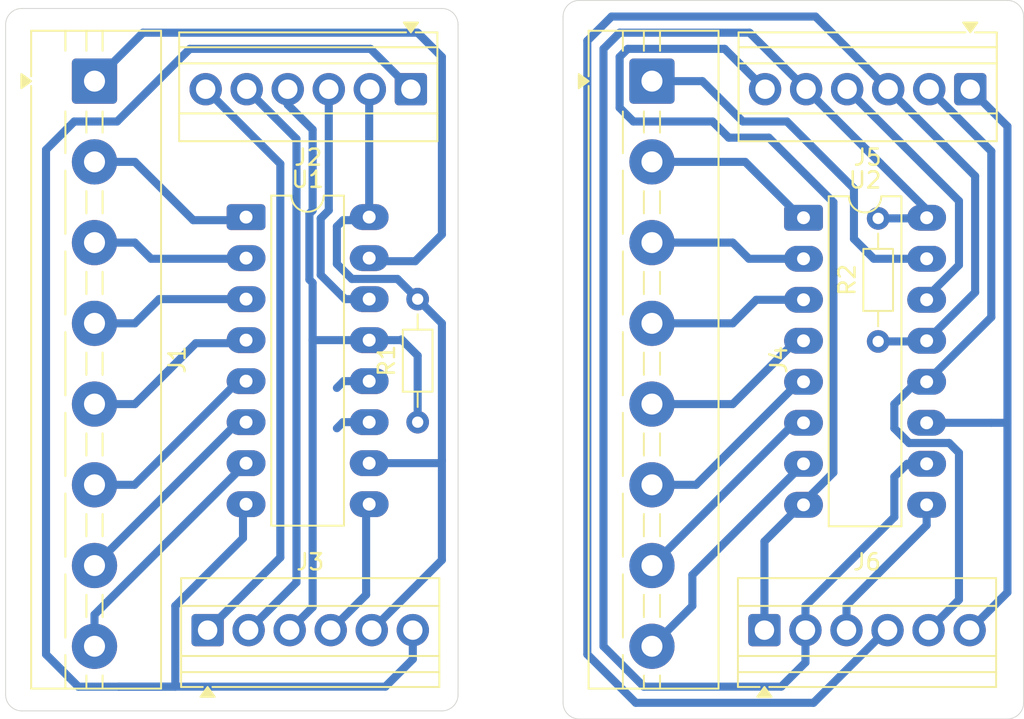
<source format=kicad_pcb>
(kicad_pcb (version 20241229) (generator "pcbnew") (generator_version "9.0")
  (layers (0 "F.Cu" signal) (2 "B.Cu" signal) (13 "F.Paste" user) (15 "B.Paste" user) (5 "F.SilkS" user "F.Silkscreen") (7 "B.SilkS" user "B.Silkscreen") (1 "F.Mask" user) (3 "B.Mask" user) (25 "Edge.Cuts" user))
  (net 0 "")
  (net 1 "Net-(J1-Pin_3)")
  (net 2 "Net-(J1-Pin_7)")
  (net 3 "Net-(J1-Pin_8)")
  (net 4 "Net-(J1-Pin_2)")
  (net 5 "Net-(J1-Pin_1)")
  (net 6 "Net-(J1-Pin_4)")
  (net 7 "Net-(J1-Pin_6)")
  (net 8 "Net-(J1-Pin_5)")
  (net 9 "/DATA_IN")
  (net 10 "/CLOCK")
  (net 11 "+5V")
  (net 12 "/OE")
  (net 13 "GND")
  (net 14 "/LATCH")
  (net 15 "/DATA_OUT")
  (net 16 "Net-(J4-Pin_8)")
  (net 17 "Net-(J4-Pin_5)")
  (net 18 "Net-(J4-Pin_4)")
  (net 19 "Net-(J4-Pin_7)")
  (net 20 "Net-(J4-Pin_1)")
  (net 21 "Net-(J4-Pin_2)")
  (net 22 "Net-(J4-Pin_3)")
  (net 23 "Net-(J4-Pin_6)")
  (net 24 "Net-(J5-Pin_4)")
  (net 25 "POWER+")
  (net 26 "Net-(J5-Pin_3)")
  (net 27 "Net-(J5-Pin_1)")
  (net 28 "Net-(J5-Pin_2)")
  (net 29 "POWER-")
  (net 30 "Net-(J6-Pin_3)")
  (footprint "Package_DIP:DIP-16_W7.62mm_LongPads" (layer "F.Cu") (at 84.88 51.96)
    (property "Reference" "U2" (at 3.81 -2.33 0) (layer "F.SilkS"))
    (property "Value" "74HC595")
    (fp_line (start 1.56 -1.33) (end 1.56 19.11) (stroke (width 0.12)) (layer "F.SilkS"))
    (fp_line (start 1.56 19.11) (end 6.06 19.11) (stroke (width 0.12)) (layer "F.SilkS"))
    (fp_line (start 2.81 -1.33) (end 1.56 -1.33) (stroke (width 0.12)) (layer "F.SilkS"))
    (fp_line (start 6.06 -1.33) (end 4.81 -1.33) (stroke (width 0.12)) (layer "F.SilkS"))
    (fp_line (start 6.06 19.11) (end 6.06 -1.33) (stroke (width 0.12)) (layer "F.SilkS"))
    (fp_arc (start 4.81 -1.33) (mid 3.81 -0.33) (end 2.81 -1.33) (stroke (width 0.12)) (layer "F.SilkS"))
    (pad "1" thru_hole roundrect (at 0 0) (size 2.4 1.6) (drill 0.8) (layers "*.Cu" "*.Mask") (roundrect_rratio 0.15625) (net 21 "Net-(J4-Pin_2)"))
    (pad "2" thru_hole oval (at 0 2.54) (size 2.4 1.6) (drill 0.8) (layers "*.Cu" "*.Mask") (net 22 "Net-(J4-Pin_3)"))
    (pad "3" thru_hole oval (at 0 5.08) (size 2.4 1.6) (drill 0.8) (layers "*.Cu" "*.Mask") (net 18 "Net-(J4-Pin_4)"))
    (pad "4" thru_hole oval (at 0 7.62) (size 2.4 1.6) (drill 0.8) (layers "*.Cu" "*.Mask") (net 17 "Net-(J4-Pin_5)"))
    (pad "5" thru_hole oval (at 0 10.16) (size 2.4 1.6) (drill 0.8) (layers "*.Cu" "*.Mask") (net 23 "Net-(J4-Pin_6)"))
    (pad "6" thru_hole oval (at 0 12.7) (size 2.4 1.6) (drill 0.8) (layers "*.Cu" "*.Mask") (net 19 "Net-(J4-Pin_7)"))
    (pad "7" thru_hole oval (at 0 15.24) (size 2.4 1.6) (drill 0.8) (layers "*.Cu" "*.Mask") (net 16 "Net-(J4-Pin_8)"))
    (pad "8" thru_hole oval (at 0 17.78) (size 2.4 1.6) (drill 0.8) (layers "*.Cu" "*.Mask") (net 29 "POWER-"))
    (pad "9" thru_hole oval (at 7.62 17.78) (size 2.4 1.6) (drill 0.8) (layers "*.Cu" "*.Mask") (net 30 "Net-(J6-Pin_3)"))
    (pad "10" thru_hole oval (at 7.62 15.24) (size 2.4 1.6) (drill 0.8) (layers "*.Cu" "*.Mask") (net 25 "POWER+"))
    (pad "11" thru_hole oval (at 7.62 12.7) (size 2.4 1.6) (drill 0.8) (layers "*.Cu" "*.Mask") (net 27 "Net-(J5-Pin_1)"))
    (pad "12" thru_hole oval (at 7.62 10.16) (size 2.4 1.6) (drill 0.8) (layers "*.Cu" "*.Mask") (net 28 "Net-(J5-Pin_2)"))
    (pad "13" thru_hole oval (at 7.62 7.62) (size 2.4 1.6) (drill 0.8) (layers "*.Cu" "*.Mask") (net 26 "Net-(J5-Pin_3)"))
    (pad "14" thru_hole oval (at 7.62 5.08) (size 2.4 1.6) (drill 0.8) (layers "*.Cu" "*.Mask") (net 24 "Net-(J5-Pin_4)"))
    (pad "15" thru_hole oval (at 7.62 2.54) (size 2.4 1.6) (drill 0.8) (layers "*.Cu" "*.Mask") (net 20 "Net-(J4-Pin_1)"))
    (pad "16" thru_hole oval (at 7.62 0) (size 2.4 1.6) (drill 0.8) (layers "*.Cu" "*.Mask") (net 25 "POWER+"))
  )
  (footprint "TerminalBlock:TerminalBlock_Xinya_XY308-2.54-6P_1x06_P2.54mm_Horizontal" (layer "F.Cu") (at 95.2 44 180)
    (property "Reference" "J5" (at 6.35 -4.22 0) (layer "F.SilkS"))
    (property "Value" "Terminal_Input")
    (fp_line (start 14.34 3.52) (end 0.3 3.52) (stroke (width 0.12)) (layer "F.SilkS"))
    (fp_line (start 14.34 -3.22) (end 14.34 3.52) (stroke (width 0.12)) (layer "F.SilkS"))
    (fp_line (start -0.3 3.52) (end -1.64 3.52) (stroke (width 0.12)) (layer "F.SilkS"))
    (fp_line (start -1.64 3.52) (end -1.64 -3.22) (stroke (width 0.12)) (layer "F.SilkS"))
    (fp_line (start -1.64 2.6) (end 14.34 2.6) (stroke (width 0.12)) (layer "F.SilkS"))
    (fp_line (start -1.64 1.6) (end 14.34 1.6) (stroke (width 0.12)) (layer "F.SilkS"))
    (fp_line (start -1.64 -1.5) (end 14.34 -1.5) (stroke (width 0.12)) (layer "F.SilkS"))
    (fp_line (start -1.64 -3.22) (end 14.34 -3.22) (stroke (width 0.12)) (layer "F.SilkS"))
    (fp_poly (pts (xy 0 3.52) (xy 0.44 4.13) (xy -0.44 4.13)) (stroke (width 0.12)) (fill yes) (layer "F.SilkS"))
    (pad "1" thru_hole roundrect (at 0 0 180) (size 2 2) (drill 1.2) (layers "*.Cu" "*.Mask") (roundrect_rratio 0.125) (net 27 "Net-(J5-Pin_1)"))
    (pad "2" thru_hole circle (at 2.54 0 180) (size 2 2) (drill 1.2) (layers "*.Cu" "*.Mask") (net 28 "Net-(J5-Pin_2)"))
    (pad "3" thru_hole circle (at 5.08 0 180) (size 2 2) (drill 1.2) (layers "*.Cu" "*.Mask") (net 26 "Net-(J5-Pin_3)"))
    (pad "4" thru_hole circle (at 7.62 0 180) (size 2 2) (drill 1.2) (layers "*.Cu" "*.Mask") (net 24 "Net-(J5-Pin_4)"))
    (pad "5" thru_hole circle (at 10.16 0 180) (size 2 2) (drill 1.2) (layers "*.Cu" "*.Mask") (net 25 "POWER+"))
    (pad "6" thru_hole circle (at 12.7 0 180) (size 2 2) (drill 1.2) (layers "*.Cu" "*.Mask") (net 29 "POWER-"))
  )
  (footprint "Package_DIP:DIP-16_W7.62mm_LongPads" (layer "F.Cu") (at 50.38 51.92)
    (property "Reference" "U1" (at 3.81 -2.33 0) (layer "F.SilkS"))
    (property "Value" "74HC595")
    (fp_line (start 1.56 -1.33) (end 1.56 19.11) (stroke (width 0.12)) (layer "F.SilkS"))
    (fp_line (start 1.56 19.11) (end 6.06 19.11) (stroke (width 0.12)) (layer "F.SilkS"))
    (fp_line (start 2.81 -1.33) (end 1.56 -1.33) (stroke (width 0.12)) (layer "F.SilkS"))
    (fp_line (start 6.06 -1.33) (end 4.81 -1.33) (stroke (width 0.12)) (layer "F.SilkS"))
    (fp_line (start 6.06 19.11) (end 6.06 -1.33) (stroke (width 0.12)) (layer "F.SilkS"))
    (fp_arc (start 4.81 -1.33) (mid 3.81 -0.33) (end 2.81 -1.33) (stroke (width 0.12)) (layer "F.SilkS"))
    (pad "1" thru_hole roundrect (at 0 0) (size 2.4 1.6) (drill 0.8) (layers "*.Cu" "*.Mask") (roundrect_rratio 0.15625) (net 4 "Net-(J1-Pin_2)"))
    (pad "2" thru_hole oval (at 0 2.54) (size 2.4 1.6) (drill 0.8) (layers "*.Cu" "*.Mask") (net 1 "Net-(J1-Pin_3)"))
    (pad "3" thru_hole oval (at 0 5.08) (size 2.4 1.6) (drill 0.8) (layers "*.Cu" "*.Mask") (net 6 "Net-(J1-Pin_4)"))
    (pad "4" thru_hole oval (at 0 7.62) (size 2.4 1.6) (drill 0.8) (layers "*.Cu" "*.Mask") (net 8 "Net-(J1-Pin_5)"))
    (pad "5" thru_hole oval (at 0 10.16) (size 2.4 1.6) (drill 0.8) (layers "*.Cu" "*.Mask") (net 7 "Net-(J1-Pin_6)"))
    (pad "6" thru_hole oval (at 0 12.7) (size 2.4 1.6) (drill 0.8) (layers "*.Cu" "*.Mask") (net 2 "Net-(J1-Pin_7)"))
    (pad "7" thru_hole oval (at 0 15.24) (size 2.4 1.6) (drill 0.8) (layers "*.Cu" "*.Mask") (net 3 "Net-(J1-Pin_8)"))
    (pad "8" thru_hole oval (at 0 17.78) (size 2.4 1.6) (drill 0.8) (layers "*.Cu" "*.Mask") (net 13 "GND"))
    (pad "9" thru_hole oval (at 7.62 17.78) (size 2.4 1.6) (drill 0.8) (layers "*.Cu" "*.Mask") (net 15 "/DATA_OUT"))
    (pad "10" thru_hole oval (at 7.62 15.24) (size 2.4 1.6) (drill 0.8) (layers "*.Cu" "*.Mask") (net 11 "+5V"))
    (pad "11" thru_hole oval (at 7.62 12.7) (size 2.4 1.6) (drill 0.8) (layers "*.Cu" "*.Mask") (net 10 "/CLOCK"))
    (pad "12" thru_hole oval (at 7.62 10.16) (size 2.4 1.6) (drill 0.8) (layers "*.Cu" "*.Mask") (net 14 "/LATCH"))
    (pad "13" thru_hole oval (at 7.62 7.62) (size 2.4 1.6) (drill 0.8) (layers "*.Cu" "*.Mask") (net 12 "/OE"))
    (pad "14" thru_hole oval (at 7.62 5.08) (size 2.4 1.6) (drill 0.8) (layers "*.Cu" "*.Mask") (net 9 "/DATA_IN"))
    (pad "15" thru_hole oval (at 7.62 2.54) (size 2.4 1.6) (drill 0.8) (layers "*.Cu" "*.Mask") (net 5 "Net-(J1-Pin_1)"))
    (pad "16" thru_hole oval (at 7.62 0) (size 2.4 1.6) (drill 0.8) (layers "*.Cu" "*.Mask") (net 11 "+5V"))
  )
  (footprint "TerminalBlock:TerminalBlock_MaiXu_MX126-5.0-08P_1x08_P5.00mm" (layer "F.Cu") (at 75.5 43.5 -90)
    (property "Reference" "J4" (at 17.25 -7.85 90) (layer "F.SilkS"))
    (property "Value" "Terminal_to_Relays")
    (fp_line (start -3.12 3.92) (end -3.12 -4.12) (stroke (width 0.12)) (layer "F.SilkS"))
    (fp_line (start -0.3 3.92) (end -3.12 3.92) (stroke (width 0.12)) (layer "F.SilkS"))
    (fp_line (start 37.62 3.92) (end 0.3 3.92) (stroke (width 0.12)) (layer "F.SilkS"))
    (fp_line (start -3.12 1.8) (end -1.88 1.8) (stroke (width 0.12)) (layer "F.SilkS"))
    (fp_line (start 1.88 1.8) (end 4.457 1.8) (stroke (width 0.12)) (layer "F.SilkS"))
    (fp_line (start 5.543 1.8) (end 9.457 1.8) (stroke (width 0.12)) (layer "F.SilkS"))
    (fp_line (start 10.543 1.8) (end 14.457 1.8) (stroke (width 0.12)) (layer "F.SilkS"))
    (fp_line (start 15.543 1.8) (end 19.457 1.8) (stroke (width 0.12)) (layer "F.SilkS"))
    (fp_line (start 20.543 1.8) (end 24.457 1.8) (stroke (width 0.12)) (layer "F.SilkS"))
    (fp_line (start 25.543 1.8) (end 29.457 1.8) (stroke (width 0.12)) (layer "F.SilkS"))
    (fp_line (start 30.543 1.8) (end 34.457 1.8) (stroke (width 0.12)) (layer "F.SilkS"))
    (fp_line (start 35.543 1.8) (end 37.62 1.8) (stroke (width 0.12)) (layer "F.SilkS"))
    (fp_line (start -3.12 0.5) (end -1.88 0.5) (stroke (width 0.12)) (layer "F.SilkS"))
    (fp_line (start 1.88 0.5) (end 3.188 0.5) (stroke (width 0.12)) (layer "F.SilkS"))
    (fp_line (start 6.812 0.5) (end 8.188 0.5) (stroke (width 0.12)) (layer "F.SilkS"))
    (fp_line (start 11.812 0.5) (end 13.188 0.5) (stroke (width 0.12)) (layer "F.SilkS"))
    (fp_line (start 16.812 0.5) (end 18.188 0.5) (stroke (width 0.12)) (layer "F.SilkS"))
    (fp_line (start 21.812 0.5) (end 23.188 0.5) (stroke (width 0.12)) (layer "F.SilkS"))
    (fp_line (start 26.812 0.5) (end 28.188 0.5) (stroke (width 0.12)) (layer "F.SilkS"))
    (fp_line (start 31.812 0.5) (end 33.188 0.5) (stroke (width 0.12)) (layer "F.SilkS"))
    (fp_line (start 36.812 0.5) (end 37.62 0.5) (stroke (width 0.12)) (layer "F.SilkS"))
    (fp_line (start -3.12 -0.5) (end -1.88 -0.5) (stroke (width 0.12)) (layer "F.SilkS"))
    (fp_line (start 1.88 -0.5) (end 3.188 -0.5) (stroke (width 0.12)) (layer "F.SilkS"))
    (fp_line (start 6.812 -0.5) (end 8.188 -0.5) (stroke (width 0.12)) (layer "F.SilkS"))
    (fp_line (start 11.812 -0.5) (end 13.188 -0.5) (stroke (width 0.12)) (layer "F.SilkS"))
    (fp_line (start 16.812 -0.5) (end 18.188 -0.5) (stroke (width 0.12)) (layer "F.SilkS"))
    (fp_line (start 21.812 -0.5) (end 23.188 -0.5) (stroke (width 0.12)) (layer "F.SilkS"))
    (fp_line (start 26.812 -0.5) (end 28.188 -0.5) (stroke (width 0.12)) (layer "F.SilkS"))
    (fp_line (start 31.812 -0.5) (end 33.188 -0.5) (stroke (width 0.12)) (layer "F.SilkS"))
    (fp_line (start 36.812 -0.5) (end 37.62 -0.5) (stroke (width 0.12)) (layer "F.SilkS"))
    (fp_line (start -3.12 -4.12) (end 37.62 -4.12) (stroke (width 0.12)) (layer "F.SilkS"))
    (fp_line (start 37.62 -4.12) (end 37.62 3.92) (stroke (width 0.12)) (layer "F.SilkS"))
    (fp_poly (pts (xy 0 3.92) (xy 0.44 4.53) (xy -0.44 4.53)) (stroke (width 0.12)) (fill yes) (layer "F.SilkS"))
    (pad "1" thru_hole roundrect (at 0 0 270) (size 2.8 2.8) (drill 1.3) (layers "*.Cu" "*.Mask") (roundrect_rratio 0.089286) (net 20 "Net-(J4-Pin_1)"))
    (pad "2" thru_hole circle (at 5 0 270) (size 2.8 2.8) (drill 1.3) (layers "*.Cu" "*.Mask") (net 21 "Net-(J4-Pin_2)"))
    (pad "3" thru_hole circle (at 10 0 270) (size 2.8 2.8) (drill 1.3) (layers "*.Cu" "*.Mask") (net 22 "Net-(J4-Pin_3)"))
    (pad "4" thru_hole circle (at 15 0 270) (size 2.8 2.8) (drill 1.3) (layers "*.Cu" "*.Mask") (net 18 "Net-(J4-Pin_4)"))
    (pad "5" thru_hole circle (at 20 0 270) (size 2.8 2.8) (drill 1.3) (layers "*.Cu" "*.Mask") (net 17 "Net-(J4-Pin_5)"))
    (pad "6" thru_hole circle (at 25 0 270) (size 2.8 2.8) (drill 1.3) (layers "*.Cu" "*.Mask") (net 23 "Net-(J4-Pin_6)"))
    (pad "7" thru_hole circle (at 30 0 270) (size 2.8 2.8) (drill 1.3) (layers "*.Cu" "*.Mask") (net 19 "Net-(J4-Pin_7)"))
    (pad "8" thru_hole circle (at 35 0 270) (size 2.8 2.8) (drill 1.3) (layers "*.Cu" "*.Mask") (net 16 "Net-(J4-Pin_8)"))
  )
  (footprint "TerminalBlock:TerminalBlock_Xinya_XY308-2.54-6P_1x06_P2.54mm_Horizontal" (layer "F.Cu") (at 48 77.5)
    (property "Reference" "J3" (at 6.35 -4.22 0) (layer "F.SilkS"))
    (property "Value" "Terminal_Output")
    (fp_line (start -1.64 -3.22) (end 14.34 -3.22) (stroke (width 0.12)) (layer "F.SilkS"))
    (fp_line (start -1.64 -1.5) (end 14.34 -1.5) (stroke (width 0.12)) (layer "F.SilkS"))
    (fp_line (start -1.64 1.6) (end 14.34 1.6) (stroke (width 0.12)) (layer "F.SilkS"))
    (fp_line (start -1.64 2.6) (end 14.34 2.6) (stroke (width 0.12)) (layer "F.SilkS"))
    (fp_line (start -1.64 3.52) (end -1.64 -3.22) (stroke (width 0.12)) (layer "F.SilkS"))
    (fp_line (start -0.3 3.52) (end -1.64 3.52) (stroke (width 0.12)) (layer "F.SilkS"))
    (fp_line (start 14.34 -3.22) (end 14.34 3.52) (stroke (width 0.12)) (layer "F.SilkS"))
    (fp_line (start 14.34 3.52) (end 0.3 3.52) (stroke (width 0.12)) (layer "F.SilkS"))
    (fp_poly (pts (xy 0 3.52) (xy 0.44 4.13) (xy -0.44 4.13)) (stroke (width 0.12)) (fill yes) (layer "F.SilkS"))
    (pad "1" thru_hole roundrect (at 0 0) (size 2 2) (drill 1.2) (layers "*.Cu" "*.Mask") (roundrect_rratio 0.125) (net 10 "/CLOCK"))
    (pad "2" thru_hole circle (at 2.54 0) (size 2 2) (drill 1.2) (layers "*.Cu" "*.Mask") (net 14 "/LATCH"))
    (pad "3" thru_hole circle (at 5.08 0) (size 2 2) (drill 1.2) (layers "*.Cu" "*.Mask") (net 12 "/OE"))
    (pad "4" thru_hole circle (at 7.62 0) (size 2 2) (drill 1.2) (layers "*.Cu" "*.Mask") (net 15 "/DATA_OUT"))
    (pad "5" thru_hole circle (at 10.16 0) (size 2 2) (drill 1.2) (layers "*.Cu" "*.Mask") (net 11 "+5V"))
    (pad "6" thru_hole circle (at 12.7 0) (size 2 2) (drill 1.2) (layers "*.Cu" "*.Mask") (net 13 "GND"))
  )
  (footprint "Resistor_THT:R_Axial_DIN0204_L3.6mm_D1.6mm_P7.62mm_Horizontal" (layer "F.Cu") (at 61 64.62 90)
    (property "Reference" "R1" (at 3.81 -1.92 90) (layer "F.SilkS"))
    (property "Value" "1k")
    (fp_line (start 6.68 0) (end 5.73 0) (stroke (width 0.12)) (layer "F.SilkS"))
    (fp_line (start 0.94 0) (end 1.89 0) (stroke (width 0.12)) (layer "F.SilkS"))
    (fp_rect (start 1.89 -0.92) (end 5.73 0.92) (stroke (width 0.12)) (fill no) (layer "F.SilkS"))
    (pad "1" thru_hole circle (at 0 0 90) (size 1.4 1.4) (drill 0.7) (layers "*.Cu" "*.Mask") (net 12 "/OE"))
    (pad "2" thru_hole circle (at 7.62 0 90) (size 1.4 1.4) (drill 0.7) (layers "*.Cu" "*.Mask") (net 11 "+5V"))
  )
  (footprint "TerminalBlock:TerminalBlock_MaiXu_MX126-5.0-08P_1x08_P5.00mm" (layer "F.Cu") (at 41 43.5 -90)
    (property "Reference" "J1" (at 17.25 -5.12 90) (layer "F.SilkS"))
    (property "Value" "Terminal_to_Relays")
    (fp_line (start -3.12 3.92) (end -3.12 -4.12) (stroke (width 0.12)) (layer "F.SilkS"))
    (fp_line (start -0.3 3.92) (end -3.12 3.92) (stroke (width 0.12)) (layer "F.SilkS"))
    (fp_line (start 37.62 3.92) (end 0.3 3.92) (stroke (width 0.12)) (layer "F.SilkS"))
    (fp_line (start -3.12 1.8) (end -1.88 1.8) (stroke (width 0.12)) (layer "F.SilkS"))
    (fp_line (start 1.88 1.8) (end 4.457 1.8) (stroke (width 0.12)) (layer "F.SilkS"))
    (fp_line (start 5.543 1.8) (end 9.457 1.8) (stroke (width 0.12)) (layer "F.SilkS"))
    (fp_line (start 10.543 1.8) (end 14.457 1.8) (stroke (width 0.12)) (layer "F.SilkS"))
    (fp_line (start 15.543 1.8) (end 19.457 1.8) (stroke (width 0.12)) (layer "F.SilkS"))
    (fp_line (start 20.543 1.8) (end 24.457 1.8) (stroke (width 0.12)) (layer "F.SilkS"))
    (fp_line (start 25.543 1.8) (end 29.457 1.8) (stroke (width 0.12)) (layer "F.SilkS"))
    (fp_line (start 30.543 1.8) (end 34.457 1.8) (stroke (width 0.12)) (layer "F.SilkS"))
    (fp_line (start 35.543 1.8) (end 37.62 1.8) (stroke (width 0.12)) (layer "F.SilkS"))
    (fp_line (start -3.12 0.5) (end -1.88 0.5) (stroke (width 0.12)) (layer "F.SilkS"))
    (fp_line (start 1.88 0.5) (end 3.188 0.5) (stroke (width 0.12)) (layer "F.SilkS"))
    (fp_line (start 6.812 0.5) (end 8.188 0.5) (stroke (width 0.12)) (layer "F.SilkS"))
    (fp_line (start 11.812 0.5) (end 13.188 0.5) (stroke (width 0.12)) (layer "F.SilkS"))
    (fp_line (start 16.812 0.5) (end 18.188 0.5) (stroke (width 0.12)) (layer "F.SilkS"))
    (fp_line (start 21.812 0.5) (end 23.188 0.5) (stroke (width 0.12)) (layer "F.SilkS"))
    (fp_line (start 26.812 0.5) (end 28.188 0.5) (stroke (width 0.12)) (layer "F.SilkS"))
    (fp_line (start 31.812 0.5) (end 33.188 0.5) (stroke (width 0.12)) (layer "F.SilkS"))
    (fp_line (start 36.812 0.5) (end 37.62 0.5) (stroke (width 0.12)) (layer "F.SilkS"))
    (fp_line (start -3.12 -0.5) (end -1.88 -0.5) (stroke (width 0.12)) (layer "F.SilkS"))
    (fp_line (start 1.88 -0.5) (end 3.188 -0.5) (stroke (width 0.12)) (layer "F.SilkS"))
    (fp_line (start 6.812 -0.5) (end 8.188 -0.5) (stroke (width 0.12)) (layer "F.SilkS"))
    (fp_line (start 11.812 -0.5) (end 13.188 -0.5) (stroke (width 0.12)) (layer "F.SilkS"))
    (fp_line (start 16.812 -0.5) (end 18.188 -0.5) (stroke (width 0.12)) (layer "F.SilkS"))
    (fp_line (start 21.812 -0.5) (end 23.188 -0.5) (stroke (width 0.12)) (layer "F.SilkS"))
    (fp_line (start 26.812 -0.5) (end 28.188 -0.5) (stroke (width 0.12)) (layer "F.SilkS"))
    (fp_line (start 31.812 -0.5) (end 33.188 -0.5) (stroke (width 0.12)) (layer "F.SilkS"))
    (fp_line (start 36.812 -0.5) (end 37.62 -0.5) (stroke (width 0.12)) (layer "F.SilkS"))
    (fp_line (start -3.12 -4.12) (end 37.62 -4.12) (stroke (width 0.12)) (layer "F.SilkS"))
    (fp_line (start 37.62 -4.12) (end 37.62 3.92) (stroke (width 0.12)) (layer "F.SilkS"))
    (fp_poly (pts (xy 0 3.92) (xy 0.44 4.53) (xy -0.44 4.53)) (stroke (width 0.12)) (fill yes) (layer "F.SilkS"))
    (pad "1" thru_hole roundrect (at 0 0 270) (size 2.8 2.8) (drill 1.3) (layers "*.Cu" "*.Mask") (roundrect_rratio 0.089286) (net 5 "Net-(J1-Pin_1)"))
    (pad "2" thru_hole circle (at 5 0 270) (size 2.8 2.8) (drill 1.3) (layers "*.Cu" "*.Mask") (net 4 "Net-(J1-Pin_2)"))
    (pad "3" thru_hole circle (at 10 0 270) (size 2.8 2.8) (drill 1.3) (layers "*.Cu" "*.Mask") (net 1 "Net-(J1-Pin_3)"))
    (pad "4" thru_hole circle (at 15 0 270) (size 2.8 2.8) (drill 1.3) (layers "*.Cu" "*.Mask") (net 6 "Net-(J1-Pin_4)"))
    (pad "5" thru_hole circle (at 20 0 270) (size 2.8 2.8) (drill 1.3) (layers "*.Cu" "*.Mask") (net 8 "Net-(J1-Pin_5)"))
    (pad "6" thru_hole circle (at 25 0 270) (size 2.8 2.8) (drill 1.3) (layers "*.Cu" "*.Mask") (net 7 "Net-(J1-Pin_6)"))
    (pad "7" thru_hole circle (at 30 0 270) (size 2.8 2.8) (drill 1.3) (layers "*.Cu" "*.Mask") (net 2 "Net-(J1-Pin_7)"))
    (pad "8" thru_hole circle (at 35 0 270) (size 2.8 2.8) (drill 1.3) (layers "*.Cu" "*.Mask") (net 3 "Net-(J1-Pin_8)"))
  )
  (footprint "TerminalBlock:TerminalBlock_Xinya_XY308-2.54-6P_1x06_P2.54mm_Horizontal" (layer "F.Cu") (at 60.58 44 180)
    (property "Reference" "J2" (at 6.35 -4.22 0) (layer "F.SilkS"))
    (property "Value" "Terminal_Input")
    (fp_line (start 14.34 3.52) (end 0.3 3.52) (stroke (width 0.12)) (layer "F.SilkS"))
    (fp_line (start 14.34 -3.22) (end 14.34 3.52) (stroke (width 0.12)) (layer "F.SilkS"))
    (fp_line (start -0.3 3.52) (end -1.64 3.52) (stroke (width 0.12)) (layer "F.SilkS"))
    (fp_line (start -1.64 3.52) (end -1.64 -3.22) (stroke (width 0.12)) (layer "F.SilkS"))
    (fp_line (start -1.64 2.6) (end 14.34 2.6) (stroke (width 0.12)) (layer "F.SilkS"))
    (fp_line (start -1.64 1.6) (end 14.34 1.6) (stroke (width 0.12)) (layer "F.SilkS"))
    (fp_line (start -1.64 -1.5) (end 14.34 -1.5) (stroke (width 0.12)) (layer "F.SilkS"))
    (fp_line (start -1.64 -3.22) (end 14.34 -3.22) (stroke (width 0.12)) (layer "F.SilkS"))
    (fp_poly (pts (xy 0 3.52) (xy 0.44 4.13) (xy -0.44 4.13)) (stroke (width 0.12)) (fill yes) (layer "F.SilkS"))
    (pad "1" thru_hole roundrect (at 0 0 180) (size 2 2) (drill 1.2) (layers "*.Cu" "*.Mask") (roundrect_rratio 0.125) (net 13 "GND"))
    (pad "2" thru_hole circle (at 2.54 0 180) (size 2 2) (drill 1.2) (layers "*.Cu" "*.Mask") (net 11 "+5V"))
    (pad "3" thru_hole circle (at 5.08 0 180) (size 2 2) (drill 1.2) (layers "*.Cu" "*.Mask") (net 9 "/DATA_IN"))
    (pad "4" thru_hole circle (at 7.62 0 180) (size 2 2) (drill 1.2) (layers "*.Cu" "*.Mask") (net 12 "/OE"))
    (pad "5" thru_hole circle (at 10.16 0 180) (size 2 2) (drill 1.2) (layers "*.Cu" "*.Mask") (net 14 "/LATCH"))
    (pad "6" thru_hole circle (at 12.7 0 180) (size 2 2) (drill 1.2) (layers "*.Cu" "*.Mask") (net 10 "/CLOCK"))
  )
  (footprint "Resistor_THT:R_Axial_DIN0204_L3.6mm_D1.6mm_P7.62mm_Horizontal" (layer "F.Cu") (at 89.5 59.62 90)
    (property "Reference" "R2" (at 3.81 -1.92 90) (layer "F.SilkS"))
    (property "Value" "1k")
    (fp_line (start 6.68 0) (end 5.73 0) (stroke (width 0.12)) (layer "F.SilkS"))
    (fp_line (start 0.94 0) (end 1.89 0) (stroke (width 0.12)) (layer "F.SilkS"))
    (fp_rect (start 1.89 -0.92) (end 5.73 0.92) (stroke (width 0.12)) (fill no) (layer "F.SilkS"))
    (pad "1" thru_hole circle (at 0 0 90) (size 1.4 1.4) (drill 0.7) (layers "*.Cu" "*.Mask") (net 26 "Net-(J5-Pin_3)"))
    (pad "2" thru_hole circle (at 7.62 0 90) (size 1.4 1.4) (drill 0.7) (layers "*.Cu" "*.Mask") (net 25 "POWER+"))
  )
  (footprint "TerminalBlock:TerminalBlock_Xinya_XY308-2.54-6P_1x06_P2.54mm_Horizontal" (layer "F.Cu") (at 82.46 77.5)
    (property "Reference" "J6" (at 6.35 -4.22 0) (layer "F.SilkS"))
    (property "Value" "Terminal_Output")
    (fp_line (start -1.64 -3.22) (end 14.34 -3.22) (stroke (width 0.12)) (layer "F.SilkS"))
    (fp_line (start -1.64 -1.5) (end 14.34 -1.5) (stroke (width 0.12)) (layer "F.SilkS"))
    (fp_line (start -1.64 1.6) (end 14.34 1.6) (stroke (width 0.12)) (layer "F.SilkS"))
    (fp_line (start -1.64 2.6) (end 14.34 2.6) (stroke (width 0.12)) (layer "F.SilkS"))
    (fp_line (start -1.64 3.52) (end -1.64 -3.22) (stroke (width 0.12)) (layer "F.SilkS"))
    (fp_line (start -0.3 3.52) (end -1.64 3.52) (stroke (width 0.12)) (layer "F.SilkS"))
    (fp_line (start 14.34 -3.22) (end 14.34 3.52) (stroke (width 0.12)) (layer "F.SilkS"))
    (fp_line (start 14.34 3.52) (end 0.3 3.52) (stroke (width 0.12)) (layer "F.SilkS"))
    (fp_poly (pts (xy 0 3.52) (xy 0.44 4.13) (xy -0.44 4.13)) (stroke (width 0.12)) (fill yes) (layer "F.SilkS"))
    (pad "1" thru_hole roundrect (at 0 0) (size 2 2) (drill 1.2) (layers "*.Cu" "*.Mask") (roundrect_rratio 0.125) (net 29 "POWER-"))
    (pad "2" thru_hole circle (at 2.54 0) (size 2 2) (drill 1.2) (layers "*.Cu" "*.Mask") (net 25 "POWER+"))
    (pad "3" thru_hole circle (at 5.08 0) (size 2 2) (drill 1.2) (layers "*.Cu" "*.Mask") (net 30 "Net-(J6-Pin_3)"))
    (pad "4" thru_hole circle (at 7.62 0) (size 2 2) (drill 1.2) (layers "*.Cu" "*.Mask") (net 26 "Net-(J5-Pin_3)"))
    (pad "5" thru_hole circle (at 10.16 0) (size 2 2) (drill 1.2) (layers "*.Cu" "*.Mask") (net 28 "Net-(J5-Pin_2)"))
    (pad "6" thru_hole circle (at 12.7 0) (size 2 2) (drill 1.2) (layers "*.Cu" "*.Mask") (net 27 "Net-(J5-Pin_1)"))
  )
  (gr_arc (start 70 39.5) (mid 70.292893 38.792893) (end 71 38.5) (stroke (width 0.05)) (layer "Edge.Cuts"))
  (gr_arc (start 36.5 82.5) (mid 35.792893 82.207107) (end 35.5 81.5) (stroke (width 0.05)) (layer "Edge.Cuts"))
  (gr_line (start 70 82) (end 70 39.5) (stroke (width 0.05)) (layer "Edge.Cuts"))
  (gr_line (start 63.5 40) (end 63.5 81.5) (stroke (width 0.05)) (layer "Edge.Cuts"))
  (gr_line (start 98.5 39.5) (end 98.5 82) (stroke (width 0.05)) (layer "Edge.Cuts"))
  (gr_arc (start 62.5 39) (mid 63.207107 39.292893) (end 63.5 40) (stroke (width 0.05)) (layer "Edge.Cuts"))
  (gr_line (start 35.5 81.5) (end 35.5 40) (stroke (width 0.05)) (layer "Edge.Cuts"))
  (gr_arc (start 71 83) (mid 70.292893 82.707107) (end 70 82) (stroke (width 0.05)) (layer "Edge.Cuts"))
  (gr_arc (start 63.5 81.5) (mid 63.207107 82.207107) (end 62.5 82.5) (stroke (width 0.05)) (layer "Edge.Cuts"))
  (gr_line (start 62.5 82.5) (end 36.5 82.5) (stroke (width 0.05)) (layer "Edge.Cuts"))
  (gr_arc (start 35.5 40) (mid 35.792893 39.292893) (end 36.5 39) (stroke (width 0.05)) (layer "Edge.Cuts"))
  (gr_arc (start 98.5 82) (mid 98.207107 82.707107) (end 97.5 83) (stroke (width 0.05)) (layer "Edge.Cuts"))
  (gr_line (start 71 38.5) (end 97.5 38.5) (stroke (width 0.05)) (layer "Edge.Cuts"))
  (gr_arc (start 97.5 38.5) (mid 98.207107 38.792893) (end 98.5 39.5) (stroke (width 0.05)) (layer "Edge.Cuts"))
  (gr_line (start 36.5 39) (end 62.5 39) (stroke (width 0.05)) (layer "Edge.Cuts"))
  (gr_line (start 97.5 83) (end 71 83) (stroke (width 0.05)) (layer "Edge.Cuts"))
  (segment (start 44.5 54.5) (end 50.04 54.5) (width 0.5) (layer "B.Cu") (net 1))
  (segment (start 43.5 53.5) (end 44.5 54.5) (width 0.5) (layer "B.Cu") (net 1))
  (segment (start 50.04 54.5) (end 50.19 54.65) (width 0.5) (layer "B.Cu") (net 1))
  (segment (start 41 53.5) (end 43.5 53.5) (width 0.5) (layer "B.Cu") (net 1))
  (segment (start 41 73.5) (end 49.69 64.81) (width 0.5) (layer "B.Cu") (net 2))
  (segment (start 49.69 64.81) (end 50.19 64.81) (width 0.5) (layer "B.Cu") (net 2))
  (segment (start 41 78.5) (end 41 76.54) (width 0.5) (layer "B.Cu") (net 3))
  (segment (start 41 76.54) (end 50.19 67.35) (width 0.5) (layer "B.Cu") (net 3))
  (segment (start 47.11 52.11) (end 50.19 52.11) (width 0.5) (layer "B.Cu") (net 4))
  (segment (start 43.5 48.5) (end 47.11 52.11) (width 0.5) (layer "B.Cu") (net 4))
  (segment (start 41 48.5) (end 43.5 48.5) (width 0.5) (layer "B.Cu") (net 4))
  (segment (start 61 40.5) (end 62.5 42) (width 0.5) (layer "B.Cu") (net 5))
  (segment (start 62.5 42) (end 62.5 53) (width 0.5) (layer "B.Cu") (net 5))
  (segment (start 41 43.5) (end 44 40.5) (width 0.5) (layer "B.Cu") (net 5))
  (segment (start 60.85 54.65) (end 57.81 54.65) (width 0.5) (layer "B.Cu") (net 5))
  (segment (start 44 40.5) (end 61 40.5) (width 0.5) (layer "B.Cu") (net 5))
  (segment (start 62.5 53) (end 60.85 54.65) (width 0.5) (layer "B.Cu") (net 5))
  (segment (start 41 58.5) (end 43.5 58.5) (width 0.5) (layer "B.Cu") (net 6))
  (segment (start 43.5 58.5) (end 45 57) (width 0.5) (layer "B.Cu") (net 6))
  (segment (start 45 57) (end 50 57) (width 0.5) (layer "B.Cu") (net 6))
  (segment (start 50 57) (end 50.19 57.19) (width 0.5) (layer "B.Cu") (net 6))
  (segment (start 41 68.5) (end 43.48 68.5) (width 0.5) (layer "B.Cu") (net 7))
  (segment (start 43.48 68.5) (end 49.71 62.27) (width 0.5) (layer "B.Cu") (net 7))
  (segment (start 49.71 62.27) (end 50.19 62.27) (width 0.5) (layer "B.Cu") (net 7))
  (segment (start 47.27 59.73) (end 50.19 59.73) (width 0.5) (layer "B.Cu") (net 8))
  (segment (start 43.5 63.5) (end 47.27 59.73) (width 0.5) (layer "B.Cu") (net 8))
  (segment (start 41 63.5) (end 43.5 63.5) (width 0.5) (layer "B.Cu") (net 8))
  (segment (start 55.5 51.5) (end 55 52) (width 0.5) (layer "B.Cu") (net 9))
  (segment (start 55 55.5) (end 56.5 57) (width 0.5) (layer "B.Cu") (net 9))
  (segment (start 56.5 57) (end 57.62 57) (width 0.5) (layer "B.Cu") (net 9))
  (segment (start 55 52) (end 55 55.5) (width 0.5) (layer "B.Cu") (net 9))
  (segment (start 57.62 57) (end 57.81 57.19) (width 0.5) (layer "B.Cu") (net 9))
  (segment (start 55.5 44) (end 55.5 51.5) (width 0.5) (layer "B.Cu") (net 9))
  (segment (start 47.88 44) (end 52.5 48.62) (width 0.5) (layer "B.Cu") (net 10))
  (segment (start 52.5 48.62) (end 52.5 73) (width 0.5) (layer "B.Cu") (net 10))
  (segment (start 56.38 64.62) (end 56 65) (width 0.5) (layer "B.Cu") (net 10))
  (segment (start 52.5 73) (end 48 77.5) (width 0.5) (layer "B.Cu") (net 10))
  (segment (start 58 64.62) (end 56.38 64.62) (width 0.5) (layer "B.Cu") (net 10))
  (segment (start 57.81 52.11) (end 56.39 52.11) (width 0.5) (layer "B.Cu") (net 11))
  (segment (start 57.81 67.16) (end 62.34 67.16) (width 0.5) (layer "B.Cu") (net 11))
  (segment (start 62.34 67.16) (end 62.5 67) (width 0.5) (layer "B.Cu") (net 11))
  (segment (start 59.749 55.749) (end 61 57) (width 0.5) (layer "B.Cu") (net 11))
  (segment (start 58 44.04) (end 58 51.92) (width 0.5) (layer "B.Cu") (net 11))
  (segment (start 56.39 52.11) (end 56 52.5) (width 0.5) (layer "B.Cu") (net 11))
  (segment (start 58.16 77.5) (end 62.5 73.16) (width 0.5) (layer "B.Cu") (net 11))
  (segment (start 58.04 44) (end 58 44.04) (width 0.5) (layer "B.Cu") (net 11))
  (segment (start 58 51.92) (end 57.81 52.11) (width 0.5) (layer "B.Cu") (net 11))
  (segment (start 62.5 58.5) (end 61 57) (width 0.5) (layer "B.Cu") (net 11))
  (segment (start 62.5 67) (end 62.5 58.5) (width 0.5) (layer "B.Cu") (net 11))
  (segment (start 56 54.819181) (end 56.929819 55.749) (width 0.5) (layer "B.Cu") (net 11))
  (segment (start 56 52.5) (end 56 54.819181) (width 0.5) (layer "B.Cu") (net 11))
  (segment (start 56.929819 55.749) (end 59.749 55.749) (width 0.5) (layer "B.Cu") (net 11))
  (segment (start 62.5 73.16) (end 62.5 67) (width 0.5) (layer "B.Cu") (net 11))
  (segment (start 61 64.62) (end 61 60.5) (width 0.5) (layer "B.Cu") (net 12))
  (segment (start 54.5 59.54) (end 54.5 55.991364) (width 0.5) (layer "B.Cu") (net 12))
  (segment (start 52.96 44.96) (end 52.96 44) (width 0.5) (layer "B.Cu") (net 12))
  (segment (start 54.299 55.790364) (end 54.299 51.709636) (width 0.5) (layer "B.Cu") (net 12))
  (segment (start 54.5 76.08) (end 53.08 77.5) (width 0.5) (layer "B.Cu") (net 12))
  (segment (start 54.5 59.54) (end 54.5 76.08) (width 0.5) (layer "B.Cu") (net 12))
  (segment (start 54.5 46.5) (end 52.96 44.96) (width 0.5) (layer "B.Cu") (net 12))
  (segment (start 60 59.5) (end 59.96 59.54) (width 0.5) (layer "B.Cu") (net 12))
  (segment (start 54.299 51.709636) (end 54.5 51.508636) (width 0.5) (layer "B.Cu") (net 12))
  (segment (start 59.96 59.54) (end 54.5 59.54) (width 0.5) (layer "B.Cu") (net 12))
  (segment (start 54.5 55.991364) (end 54.299 55.790364) (width 0.5) (layer "B.Cu") (net 12))
  (segment (start 61 60.5) (end 60 59.5) (width 0.5) (layer "B.Cu") (net 12))
  (segment (start 54.5 51.508636) (end 54.5 46.5) (width 0.5) (layer "B.Cu") (net 12))
  (segment (start 59 81) (end 42.5 81) (width 0.5) (layer "B.Cu") (net 13))
  (segment (start 40 81) (end 42.5 81) (width 0.5) (layer "B.Cu") (net 13))
  (segment (start 60.7 79.3) (end 59 81) (width 0.5) (layer "B.Cu") (net 13))
  (segment (start 46.899146 41.5) (end 42.399146 46) (width 0.5) (layer "B.Cu") (net 13))
  (segment (start 50.19 71.81) (end 50.19 69.7) (width 0.5) (layer "B.Cu") (net 13))
  (segment (start 60.7 77.5) (end 60.7 79.3) (width 0.5) (layer "B.Cu") (net 13))
  (segment (start 42.399146 46) (end 39.75 46) (width 0.5) (layer "B.Cu") (net 13))
  (segment (start 46 76) (end 50.19 71.81) (width 0.5) (layer "B.Cu") (net 13))
  (segment (start 42.5 81) (end 46 81) (width 0.5) (layer "B.Cu") (net 13))
  (segment (start 60.58 44) (end 58.08 41.5) (width 0.5) (layer "B.Cu") (net 13))
  (segment (start 58.08 41.5) (end 46.899146 41.5) (width 0.5) (layer "B.Cu") (net 13))
  (segment (start 38 47.75) (end 38 79) (width 0.5) (layer "B.Cu") (net 13))
  (segment (start 46 81) (end 46 76) (width 0.5) (layer "B.Cu") (net 13))
  (segment (start 38 79) (end 40 81) (width 0.5) (layer "B.Cu") (net 13))
  (segment (start 39.75 46) (end 38 47.75) (width 0.5) (layer "B.Cu") (net 13))
  (segment (start 53.5 74.54) (end 50.54 77.5) (width 0.5) (layer "B.Cu") (net 14))
  (segment (start 56.42 62.08) (end 56 62.5) (width 0.5) (layer "B.Cu") (net 14))
  (segment (start 50.42 44) (end 53.5 47.08) (width 0.5) (layer "B.Cu") (net 14))
  (segment (start 58 62.08) (end 56.42 62.08) (width 0.5) (layer "B.Cu") (net 14))
  (segment (start 53.5 47.08) (end 53.5 74.54) (width 0.5) (layer "B.Cu") (net 14))
  (segment (start 57.81 75.31) (end 55.62 77.5) (width 0.5) (layer "B.Cu") (net 15))
  (segment (start 57.81 69.7) (end 57.81 75.31) (width 0.5) (layer "B.Cu") (net 15))
  (segment (start 78 76) (end 78 74.08) (width 0.5) (layer "B.Cu") (net 16))
  (segment (start 78 74.08) (end 84.88 67.2) (width 0.5) (layer "B.Cu") (net 16))
  (segment (start 75.5 78.5) (end 78 76) (width 0.5) (layer "B.Cu") (net 16))
  (segment (start 80.5 63.5) (end 84.42 59.58) (width 0.5) (layer "B.Cu") (net 17))
  (segment (start 84.42 59.58) (end 84.88 59.58) (width 0.5) (layer "B.Cu") (net 17))
  (segment (start 75.5 63.5) (end 80.5 63.5) (width 0.5) (layer "B.Cu") (net 17))
  (segment (start 75.5 58.5) (end 80.5 58.5) (width 0.5) (layer "B.Cu") (net 18))
  (segment (start 81.96 57.04) (end 84.88 57.04) (width 0.5) (layer "B.Cu") (net 18))
  (segment (start 80.5 58.5) (end 81.96 57.04) (width 0.5) (layer "B.Cu") (net 18))
  (segment (start 75.5 73.5) (end 84.34 64.66) (width 0.5) (layer "B.Cu") (net 19))
  (segment (start 84.34 64.66) (end 84.88 64.66) (width 0.5) (layer "B.Cu") (net 19))
  (segment (start 81.12 46) (end 83.85 46) (width 0.5) (layer "B.Cu") (net 20))
  (segment (start 89.23 54.5) (end 92.35 54.5) (width 0.5) (layer "B.Cu") (net 20))
  (segment (start 88 50.15) (end 88 53.27) (width 0.5) (layer "B.Cu") (net 20))
  (segment (start 88 53.27) (end 89.23 54.5) (width 0.5) (layer "B.Cu") (net 20))
  (segment (start 75.5 43.5) (end 78.62 43.5) (width 0.5) (layer "B.Cu") (net 20))
  (segment (start 83.85 46) (end 88 50.15) (width 0.5) (layer "B.Cu") (net 20))
  (segment (start 78.62 43.5) (end 81.12 46) (width 0.5) (layer "B.Cu") (net 20))
  (segment (start 84.73 51.96) (end 81.27 48.5) (width 0.5) (layer "B.Cu") (net 21))
  (segment (start 81.27 48.5) (end 75.5 48.5) (width 0.5) (layer "B.Cu") (net 21))
  (segment (start 80.5 53.5) (end 81.5 54.5) (width 0.5) (layer "B.Cu") (net 22))
  (segment (start 75.5 53.5) (end 80.5 53.5) (width 0.5) (layer "B.Cu") (net 22))
  (segment (start 81.5 54.5) (end 84.88 54.5) (width 0.5) (layer "B.Cu") (net 22))
  (segment (start 78.23 68.5) (end 84.61 62.12) (width 0.5) (layer "B.Cu") (net 23))
  (segment (start 84.61 62.12) (end 84.73 62.12) (width 0.5) (layer "B.Cu") (net 23))
  (segment (start 75.5 68.5) (end 78.23 68.5) (width 0.5) (layer "B.Cu") (net 23))
  (segment (start 94.5 54.89) (end 94.5 50.92) (width 0.5) (layer "B.Cu") (net 24))
  (segment (start 94.5 50.92) (end 87.58 44) (width 0.5) (layer "B.Cu") (net 24))
  (segment (start 92.35 57.04) (end 94.5 54.89) (width 0.5) (layer "B.Cu") (net 24))
  (segment (start 90.5 70.5) (end 85 76) (width 0.5) (layer "B.Cu") (net 25))
  (segment (start 92.5 67.2) (end 91.3 67.2) (width 0.5) (layer "B.Cu") (net 25))
  (segment (start 89.73 52) (end 92.31 52) (width 0.5) (layer "B.Cu") (net 25))
  (segment (start 92.5 67.2) (end 92.35 67.2) (width 0.5) (layer "B.Cu") (net 25))
  (segment (start 92.35 51.31) (end 89.62 48.58) (width 0.5) (layer "B.Cu") (net 25))
  (segment (start 81.54 40.5) (end 73.5 40.5) (width 0.5) (layer "B.Cu") (net 25))
  (segment (start 91.3 67.2) (end 90.5 68) (width 0.5) (layer "B.Cu") (net 25))
  (segment (start 72.5 78.5) (end 75 81) (width 0.5) (layer "B.Cu") (net 25))
  (segment (start 73.5 40.5) (end 72.5 41.5) (width 0.5) (layer "B.Cu") (net 25))
  (segment (start 85.04 44) (end 81.54 40.5) (width 0.5) (layer "B.Cu") (net 25))
  (segment (start 85 79.5) (end 85 77.5) (width 0.5) (layer "B.Cu") (net 25))
  (segment (start 75 81) (end 83.5 81) (width 0.5) (layer "B.Cu") (net 25))
  (segment (start 92.35 51.96) (end 92.35 51.31) (width 0.5) (layer "B.Cu") (net 25))
  (segment (start 83.5 81) (end 85 79.5) (width 0.5) (layer "B.Cu") (net 25))
  (segment (start 92.31 52) (end 92.35 51.96) (width 0.5) (layer "B.Cu") (net 25))
  (segment (start 90.5 68) (end 90.5 70.5) (width 0.5) (layer "B.Cu") (net 25))
  (segment (start 89.62 48.58) (end 85.04 44) (width 0.5) (layer "B.Cu") (net 25))
  (segment (start 85 76) (end 85 77.5) (width 0.5) (layer "B.Cu") (net 25))
  (segment (start 72.5 41.5) (end 72.5 78.5) (width 0.5) (layer "B.Cu") (net 25))
  (segment (start 74.5 82) (end 71.5 79) (width 0.5) (layer "B.Cu") (net 26))
  (segment (start 90 77.5) (end 85.5 82) (width 0.5) (layer "B.Cu") (net 26))
  (segment (start 90.08 77.5) (end 90 77.5) (width 0.5) (layer "B.Cu") (net 26))
  (segment (start 95.5 56.58) (end 92.5 59.58) (width 0.5) (layer "B.Cu") (net 26))
  (segment (start 71.5 41) (end 73 39.5) (width 0.5) (layer "B.Cu") (net 26))
  (segment (start 85.62 39.5) (end 90.12 44) (width 0.5) (layer "B.Cu") (net 26))
  (segment (start 73 39.5) (end 85.62 39.5) (width 0.5) (layer "B.Cu") (net 26))
  (segment (start 90.12 44) (end 95.5 49.38) (width 0.5) (layer "B.Cu") (net 26))
  (segment (start 71.5 79) (end 71.5 41) (width 0.5) (layer "B.Cu") (net 26))
  (segment (start 89.73 59.62) (end 92.31 59.62) (width 0.5) (layer "B.Cu") (net 26))
  (segment (start 95.5 49.38) (end 95.5 56.58) (width 0.5) (layer "B.Cu") (net 26))
  (segment (start 92.31 59.62) (end 92.35 59.58) (width 0.5) (layer "B.Cu") (net 26))
  (segment (start 85.5 82) (end 74.5 82) (width 0.5) (layer "B.Cu") (net 26))
  (segment (start 97.5 46.3) (end 97.5 64.66) (width 0.5) (layer "B.Cu") (net 27))
  (segment (start 96.5 64.66) (end 92.5 64.66) (width 0.5) (layer "B.Cu") (net 27))
  (segment (start 97.5 64.66) (end 96.5 64.66) (width 0.5) (layer "B.Cu") (net 27))
  (segment (start 95.2 44) (end 97.5 46.3) (width 0.5) (layer "B.Cu") (net 27))
  (segment (start 97.5 64.66) (end 97.5 75.16) (width 0.5) (layer "B.Cu") (net 27))
  (segment (start 97.5 75.16) (end 95.16 77.5) (width 0.5) (layer "B.Cu") (net 27))
  (segment (start 96.5 47.84) (end 96.5 58.12) (width 0.5) (layer "B.Cu") (net 28))
  (segment (start 90.5 63.5) (end 91.88 62.12) (width 0.5) (layer "B.Cu") (net 28))
  (segment (start 92.66 44) (end 96.5 47.84) (width 0.5) (layer "B.Cu") (net 28))
  (segment (start 96.5 58.12) (end 92.5 62.12) (width 0.5) (layer "B.Cu") (net 28))
  (segment (start 93.89559 65.911) (end 91.411 65.911) (width 0.5) (layer "B.Cu") (net 28))
  (segment (start 94.5 66.51541) (end 93.89559 65.911) (width 0.5) (layer "B.Cu") (net 28))
  (segment (start 91.411 65.911) (end 90.5 65) (width 0.5) (layer "B.Cu") (net 28))
  (segment (start 92.62 77.5) (end 94.5 75.62) (width 0.5) (layer "B.Cu") (net 28))
  (segment (start 94.5 75.62) (end 94.5 66.51541) (width 0.5) (layer "B.Cu") (net 28))
  (segment (start 91.88 62.12) (end 92.5 62.12) (width 0.5) (layer "B.Cu") (net 28))
  (segment (start 90.5 65) (end 90.5 63.5) (width 0.5) (layer "B.Cu") (net 28))
  (segment (start 86.73 67.74) (end 86.73 51) (width 0.5) (layer "B.Cu") (net 29))
  (segment (start 74.350854 46) (end 73.5 45.149146) (width 0.5) (layer "B.Cu") (net 29))
  (segment (start 79.25 46) (end 74.350854 46) (width 0.5) (layer "B.Cu") (net 29))
  (segment (start 86.73 51) (end 82.73 47) (width 0.5) (layer "B.Cu") (net 29))
  (segment (start 74 41.5) (end 80 41.5) (width 0.5) (layer "B.Cu") (net 29))
  (segment (start 73.5 42) (end 74 41.5) (width 0.5) (layer "B.Cu") (net 29))
  (segment (start 82.73 47) (end 80.25 47) (width 0.5) (layer "B.Cu") (net 29))
  (segment (start 80 41.5) (end 82.5 44) (width 0.5) (layer "B.Cu") (net 29))
  (segment (start 73.5 45.149146) (end 73.5 42) (width 0.5) (layer "B.Cu") (net 29))
  (segment (start 80.25 47) (end 79.25 46) (width 0.5) (layer "B.Cu") (net 29))
  (segment (start 82.46 77.5) (end 82.46 72.01) (width 0.5) (layer "B.Cu") (net 29))
  (segment (start 82.46 72.01) (end 86.73 67.74) (width 0.5) (layer "B.Cu") (net 29))
  (segment (start 87.54 75.96) (end 92.5 71) (width 0.5) (layer "B.Cu") (net 30))
  (segment (start 92.5 71) (end 92.5 69.74) (width 0.5) (layer "B.Cu") (net 30))
  (segment (start 87.54 77.5) (end 87.54 75.96) (width 0.5) (layer "B.Cu") (net 30))
)
</source>
